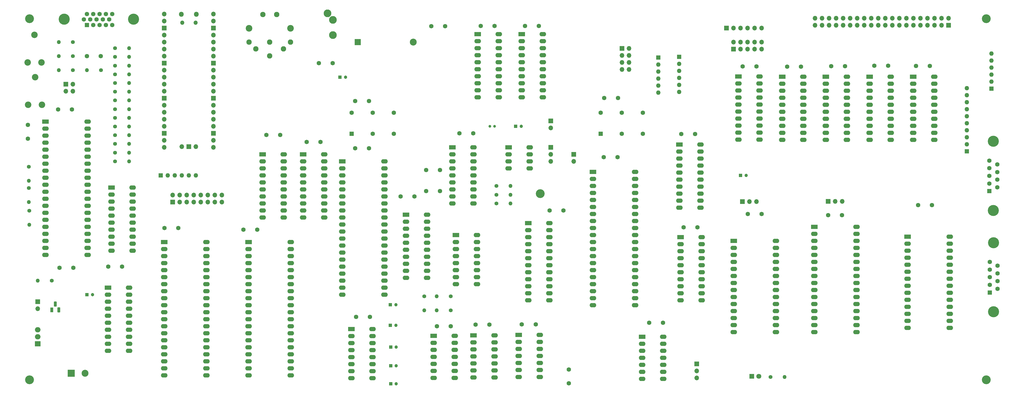
<source format=gbs>
G04 #@! TF.GenerationSoftware,KiCad,Pcbnew,7.0.1*
G04 #@! TF.CreationDate,2024-09-02T16:20:12-05:00*
G04 #@! TF.ProjectId,we816mark2,77653831-366d-4617-926b-322e6b696361,.8*
G04 #@! TF.SameCoordinates,Original*
G04 #@! TF.FileFunction,Soldermask,Bot*
G04 #@! TF.FilePolarity,Negative*
%FSLAX46Y46*%
G04 Gerber Fmt 4.6, Leading zero omitted, Abs format (unit mm)*
G04 Created by KiCad (PCBNEW 7.0.1) date 2024-09-02 16:20:12*
%MOMM*%
%LPD*%
G01*
G04 APERTURE LIST*
G04 Aperture macros list*
%AMRoundRect*
0 Rectangle with rounded corners*
0 $1 Rounding radius*
0 $2 $3 $4 $5 $6 $7 $8 $9 X,Y pos of 4 corners*
0 Add a 4 corners polygon primitive as box body*
4,1,4,$2,$3,$4,$5,$6,$7,$8,$9,$2,$3,0*
0 Add four circle primitives for the rounded corners*
1,1,$1+$1,$2,$3*
1,1,$1+$1,$4,$5*
1,1,$1+$1,$6,$7*
1,1,$1+$1,$8,$9*
0 Add four rect primitives between the rounded corners*
20,1,$1+$1,$2,$3,$4,$5,0*
20,1,$1+$1,$4,$5,$6,$7,0*
20,1,$1+$1,$6,$7,$8,$9,0*
20,1,$1+$1,$8,$9,$2,$3,0*%
G04 Aperture macros list end*
%ADD10C,1.600000*%
%ADD11R,2.400000X1.600000*%
%ADD12O,2.400000X1.600000*%
%ADD13C,4.000000*%
%ADD14R,1.600000X1.600000*%
%ADD15R,1.200000X1.200000*%
%ADD16C,1.200000*%
%ADD17R,1.800000X1.800000*%
%ADD18C,1.800000*%
%ADD19R,1.700000X1.700000*%
%ADD20O,1.700000X1.700000*%
%ADD21C,1.400000*%
%ADD22O,1.400000X1.400000*%
%ADD23O,1.600000X1.600000*%
%ADD24C,2.340000*%
%ADD25C,1.000000*%
%ADD26C,2.400000*%
%ADD27C,1.950000*%
%ADD28C,2.500000*%
%ADD29R,2.170000X2.170000*%
%ADD30C,3.200000*%
%ADD31C,2.800000*%
%ADD32R,1.100000X1.800000*%
%ADD33RoundRect,0.275000X-0.275000X-0.625000X0.275000X-0.625000X0.275000X0.625000X-0.275000X0.625000X0*%
%ADD34R,2.000000X1.905000*%
%ADD35O,2.000000X1.905000*%
%ADD36R,2.500000X2.500000*%
%ADD37O,1.800000X1.800000*%
%ADD38O,1.500000X1.500000*%
G04 APERTURE END LIST*
D10*
X245100000Y-125500000D03*
X240100000Y-125500000D03*
X184810000Y-186740000D03*
X179810000Y-186740000D03*
X114895000Y-151765000D03*
X109895000Y-151765000D03*
X274000000Y-150900000D03*
X269000000Y-150900000D03*
X295275000Y-92675000D03*
X290275000Y-92675000D03*
X227490000Y-202390000D03*
X227490000Y-207390000D03*
X297140000Y-146050000D03*
X292140000Y-146050000D03*
X198810000Y-186140000D03*
X193810000Y-186140000D03*
X215510000Y-186040000D03*
X210510000Y-186040000D03*
X192960000Y-116840000D03*
X187960000Y-116840000D03*
X132755000Y-120015000D03*
X137755000Y-120015000D03*
D11*
X145600000Y-127000000D03*
D12*
X145600000Y-129540000D03*
X145600000Y-132080000D03*
X145600000Y-134620000D03*
X145600000Y-137160000D03*
X145600000Y-139700000D03*
X145600000Y-142240000D03*
X145600000Y-144780000D03*
X145600000Y-147320000D03*
X145600000Y-149860000D03*
X145600000Y-152400000D03*
X145600000Y-154940000D03*
X145600000Y-157480000D03*
X145600000Y-160020000D03*
X145600000Y-162560000D03*
X145600000Y-165100000D03*
X145600000Y-167640000D03*
X145600000Y-170180000D03*
X145600000Y-172720000D03*
X145600000Y-175260000D03*
X160840000Y-175260000D03*
X160840000Y-172720000D03*
X160840000Y-170180000D03*
X160840000Y-167640000D03*
X160840000Y-165100000D03*
X160840000Y-162560000D03*
X160840000Y-160020000D03*
X160840000Y-157480000D03*
X160840000Y-154940000D03*
X160840000Y-152400000D03*
X160840000Y-149860000D03*
X160840000Y-147320000D03*
X160840000Y-144780000D03*
X160840000Y-142240000D03*
X160840000Y-139700000D03*
X160840000Y-137160000D03*
X160840000Y-134620000D03*
X160840000Y-132080000D03*
X160840000Y-129540000D03*
X160840000Y-127000000D03*
D13*
X381020000Y-181460000D03*
X381020000Y-156460000D03*
D14*
X379600000Y-174500000D03*
D10*
X379600000Y-171730000D03*
X379600000Y-168960000D03*
X379600000Y-166190000D03*
X379600000Y-163420000D03*
X382440000Y-173115000D03*
X382440000Y-170345000D03*
X382440000Y-167575000D03*
X382440000Y-164805000D03*
X245300000Y-104100000D03*
X240300000Y-104100000D03*
D15*
X163000000Y-178900000D03*
D16*
X165000000Y-178900000D03*
D15*
X163000000Y-186400000D03*
D16*
X165000000Y-186400000D03*
D15*
X163100000Y-201000000D03*
D16*
X165100000Y-201000000D03*
D15*
X163100000Y-194200000D03*
D16*
X165100000Y-194200000D03*
D15*
X163100000Y-207500000D03*
D16*
X165100000Y-207500000D03*
D10*
X311375000Y-92725000D03*
X306375000Y-92725000D03*
X273140000Y-117100000D03*
X268140000Y-117100000D03*
X327300000Y-92550000D03*
X322300000Y-92550000D03*
X32000000Y-113800000D03*
X32000000Y-118800000D03*
X142160000Y-91440000D03*
X137160000Y-91440000D03*
D15*
X144780000Y-96520000D03*
D16*
X146780000Y-96520000D03*
D15*
X289560000Y-132080000D03*
D16*
X291560000Y-132080000D03*
D17*
X293600000Y-204800000D03*
D18*
X296140000Y-204800000D03*
D19*
X246700000Y-86160000D03*
D20*
X249240000Y-86160000D03*
X246700000Y-88700000D03*
X249240000Y-88700000D03*
X246700000Y-91240000D03*
X249240000Y-91240000D03*
X246700000Y-93780000D03*
X249240000Y-93780000D03*
D13*
X380920000Y-144760000D03*
X380920000Y-119760000D03*
D14*
X379500000Y-137800000D03*
D10*
X379500000Y-135030000D03*
X379500000Y-132260000D03*
X379500000Y-129490000D03*
X379500000Y-126720000D03*
X382340000Y-136415000D03*
X382340000Y-133645000D03*
X382340000Y-130875000D03*
X382340000Y-128105000D03*
D19*
X273700000Y-200300000D03*
D20*
X273700000Y-202840000D03*
X273700000Y-205380000D03*
D14*
X239000000Y-117000000D03*
D10*
X246620000Y-117000000D03*
X246620000Y-109380000D03*
X239000000Y-109380000D03*
D21*
X300355000Y-205105000D03*
D22*
X305435000Y-205105000D03*
D21*
X184785000Y-175895000D03*
D22*
X179705000Y-175895000D03*
D21*
X32500000Y-144900000D03*
D22*
X32500000Y-149980000D03*
D21*
X32315000Y-136635000D03*
D22*
X32315000Y-141715000D03*
D21*
X48260000Y-83820000D03*
D22*
X43180000Y-83820000D03*
D21*
X58420000Y-93980000D03*
D22*
X53340000Y-93980000D03*
D21*
X48260000Y-88900000D03*
D22*
X43180000Y-88900000D03*
D21*
X48260000Y-93980000D03*
D22*
X43180000Y-93980000D03*
D21*
X184785000Y-180975000D03*
D22*
X179705000Y-180975000D03*
D21*
X175260000Y-175895000D03*
D22*
X175260000Y-180975000D03*
D14*
X267400000Y-89200000D03*
D23*
X267400000Y-91740000D03*
X267400000Y-94280000D03*
X267400000Y-96820000D03*
X267400000Y-99360000D03*
X267400000Y-101900000D03*
D14*
X380200000Y-100700000D03*
D23*
X380200000Y-98160000D03*
X380200000Y-95620000D03*
X380200000Y-93080000D03*
X380200000Y-90540000D03*
X380200000Y-88000000D03*
D14*
X371300000Y-123400000D03*
D23*
X371300000Y-120860000D03*
X371300000Y-118320000D03*
X371300000Y-115780000D03*
X371300000Y-113240000D03*
X371300000Y-110700000D03*
X371300000Y-108160000D03*
X371300000Y-105620000D03*
X371300000Y-103080000D03*
X371300000Y-100540000D03*
D24*
X36900000Y-91200000D03*
X34400000Y-81200000D03*
X31900000Y-91200000D03*
X37100000Y-106500000D03*
X34600000Y-96500000D03*
X32100000Y-106500000D03*
D11*
X193040000Y-190000000D03*
D12*
X193040000Y-192540000D03*
X193040000Y-195080000D03*
X193040000Y-197620000D03*
X193040000Y-200160000D03*
X193040000Y-202700000D03*
X193040000Y-205240000D03*
X200660000Y-205240000D03*
X200660000Y-202700000D03*
X200660000Y-200160000D03*
X200660000Y-197620000D03*
X200660000Y-195080000D03*
X200660000Y-192540000D03*
X200660000Y-190000000D03*
D11*
X209370000Y-189800000D03*
D12*
X209370000Y-192340000D03*
X209370000Y-194880000D03*
X209370000Y-197420000D03*
X209370000Y-199960000D03*
X209370000Y-202500000D03*
X209370000Y-205040000D03*
X216990000Y-205040000D03*
X216990000Y-202500000D03*
X216990000Y-199960000D03*
X216990000Y-197420000D03*
X216990000Y-194880000D03*
X216990000Y-192340000D03*
X216990000Y-189800000D03*
D11*
X267410000Y-120950000D03*
D12*
X267410000Y-123490000D03*
X267410000Y-126030000D03*
X267410000Y-128570000D03*
X267410000Y-131110000D03*
X267410000Y-133650000D03*
X267410000Y-136190000D03*
X267410000Y-138730000D03*
X267410000Y-141270000D03*
X267410000Y-143810000D03*
X275030000Y-143810000D03*
X275030000Y-141270000D03*
X275030000Y-138730000D03*
X275030000Y-136190000D03*
X275030000Y-133650000D03*
X275030000Y-131110000D03*
X275030000Y-128570000D03*
X275030000Y-126030000D03*
X275030000Y-123490000D03*
X275030000Y-120950000D03*
D11*
X267890000Y-154420000D03*
D12*
X267890000Y-156960000D03*
X267890000Y-159500000D03*
X267890000Y-162040000D03*
X267890000Y-164580000D03*
X267890000Y-167120000D03*
X267890000Y-169660000D03*
X267890000Y-172200000D03*
X267890000Y-174740000D03*
X267890000Y-177280000D03*
X275510000Y-177280000D03*
X275510000Y-174740000D03*
X275510000Y-172200000D03*
X275510000Y-169660000D03*
X275510000Y-167120000D03*
X275510000Y-164580000D03*
X275510000Y-162040000D03*
X275510000Y-159500000D03*
X275510000Y-156960000D03*
X275510000Y-154420000D03*
D11*
X148890000Y-187680000D03*
D12*
X148890000Y-190220000D03*
X148890000Y-192760000D03*
X148890000Y-195300000D03*
X148890000Y-197840000D03*
X148890000Y-200380000D03*
X148890000Y-202920000D03*
X148890000Y-205460000D03*
X156510000Y-205460000D03*
X156510000Y-202920000D03*
X156510000Y-200380000D03*
X156510000Y-197840000D03*
X156510000Y-195300000D03*
X156510000Y-192760000D03*
X156510000Y-190220000D03*
X156510000Y-187680000D03*
D11*
X351975000Y-96400000D03*
D12*
X351975000Y-98940000D03*
X351975000Y-101480000D03*
X351975000Y-104020000D03*
X351975000Y-106560000D03*
X351975000Y-109100000D03*
X351975000Y-111640000D03*
X351975000Y-114180000D03*
X351975000Y-116720000D03*
X351975000Y-119260000D03*
X359595000Y-119260000D03*
X359595000Y-116720000D03*
X359595000Y-114180000D03*
X359595000Y-111640000D03*
X359595000Y-109100000D03*
X359595000Y-106560000D03*
X359595000Y-104020000D03*
X359595000Y-101480000D03*
X359595000Y-98940000D03*
X359595000Y-96400000D03*
D11*
X336181000Y-96400000D03*
D12*
X336181000Y-98940000D03*
X336181000Y-101480000D03*
X336181000Y-104020000D03*
X336181000Y-106560000D03*
X336181000Y-109100000D03*
X336181000Y-111640000D03*
X336181000Y-114180000D03*
X336181000Y-116720000D03*
X336181000Y-119260000D03*
X343801000Y-119260000D03*
X343801000Y-116720000D03*
X343801000Y-114180000D03*
X343801000Y-111640000D03*
X343801000Y-109100000D03*
X343801000Y-106560000D03*
X343801000Y-104020000D03*
X343801000Y-101480000D03*
X343801000Y-98940000D03*
X343801000Y-96400000D03*
D11*
X320388000Y-96400000D03*
D12*
X320388000Y-98940000D03*
X320388000Y-101480000D03*
X320388000Y-104020000D03*
X320388000Y-106560000D03*
X320388000Y-109100000D03*
X320388000Y-111640000D03*
X320388000Y-114180000D03*
X320388000Y-116720000D03*
X320388000Y-119260000D03*
X328008000Y-119260000D03*
X328008000Y-116720000D03*
X328008000Y-114180000D03*
X328008000Y-111640000D03*
X328008000Y-109100000D03*
X328008000Y-106560000D03*
X328008000Y-104020000D03*
X328008000Y-101480000D03*
X328008000Y-98940000D03*
X328008000Y-96400000D03*
D11*
X304594000Y-96400000D03*
D12*
X304594000Y-98940000D03*
X304594000Y-101480000D03*
X304594000Y-104020000D03*
X304594000Y-106560000D03*
X304594000Y-109100000D03*
X304594000Y-111640000D03*
X304594000Y-114180000D03*
X304594000Y-116720000D03*
X304594000Y-119260000D03*
X312214000Y-119260000D03*
X312214000Y-116720000D03*
X312214000Y-114180000D03*
X312214000Y-111640000D03*
X312214000Y-109100000D03*
X312214000Y-106560000D03*
X312214000Y-104020000D03*
X312214000Y-101480000D03*
X312214000Y-98940000D03*
X312214000Y-96400000D03*
D11*
X38310000Y-112630000D03*
D12*
X38310000Y-115170000D03*
X38310000Y-117710000D03*
X38310000Y-120250000D03*
X38310000Y-122790000D03*
X38310000Y-125330000D03*
X38310000Y-127870000D03*
X38310000Y-130410000D03*
X38310000Y-132950000D03*
X38310000Y-135490000D03*
X38310000Y-138030000D03*
X38310000Y-140570000D03*
X38310000Y-143110000D03*
X38310000Y-145650000D03*
X38310000Y-148190000D03*
X38310000Y-150730000D03*
X38310000Y-153270000D03*
X38310000Y-155810000D03*
X38310000Y-158350000D03*
X38310000Y-160890000D03*
X53550000Y-160890000D03*
X53550000Y-158350000D03*
X53550000Y-155810000D03*
X53550000Y-153270000D03*
X53550000Y-150730000D03*
X53550000Y-148190000D03*
X53550000Y-145650000D03*
X53550000Y-143110000D03*
X53550000Y-140570000D03*
X53550000Y-138030000D03*
X53550000Y-135490000D03*
X53550000Y-132950000D03*
X53550000Y-130410000D03*
X53550000Y-127870000D03*
X53550000Y-125330000D03*
X53550000Y-122790000D03*
X53550000Y-120250000D03*
X53550000Y-117710000D03*
X53550000Y-115170000D03*
X53550000Y-112630000D03*
D25*
X198960000Y-114300000D03*
X200660000Y-114300000D03*
D10*
X155600000Y-183325000D03*
X150600000Y-183325000D03*
X256540000Y-185420000D03*
X261540000Y-185420000D03*
X150300000Y-105156000D03*
X155300000Y-105156000D03*
X353735000Y-142875000D03*
X358735000Y-142875000D03*
X58340000Y-88900000D03*
X53340000Y-88900000D03*
X42900000Y-108200000D03*
X47900000Y-108200000D03*
X150300000Y-122290000D03*
X155300000Y-122290000D03*
D19*
X321175000Y-141525000D03*
D20*
X323715000Y-141525000D03*
X326255000Y-141525000D03*
D19*
X290195000Y-141605000D03*
D20*
X292735000Y-141605000D03*
X295275000Y-141605000D03*
D10*
X326175000Y-146525000D03*
X321175000Y-146525000D03*
D11*
X287115000Y-155795000D03*
D12*
X287115000Y-158335000D03*
X287115000Y-160875000D03*
X287115000Y-163415000D03*
X287115000Y-165955000D03*
X287115000Y-168495000D03*
X287115000Y-171035000D03*
X287115000Y-173575000D03*
X287115000Y-176115000D03*
X287115000Y-178655000D03*
X287115000Y-181195000D03*
X287115000Y-183735000D03*
X287115000Y-186275000D03*
X287115000Y-188815000D03*
X302355000Y-188815000D03*
X302355000Y-186275000D03*
X302355000Y-183735000D03*
X302355000Y-181195000D03*
X302355000Y-178655000D03*
X302355000Y-176115000D03*
X302355000Y-173575000D03*
X302355000Y-171035000D03*
X302355000Y-168495000D03*
X302355000Y-165955000D03*
X302355000Y-163415000D03*
X302355000Y-160875000D03*
X302355000Y-158335000D03*
X302355000Y-155795000D03*
D11*
X316225000Y-150745000D03*
D12*
X316225000Y-153285000D03*
X316225000Y-155825000D03*
X316225000Y-158365000D03*
X316225000Y-160905000D03*
X316225000Y-163445000D03*
X316225000Y-165985000D03*
X316225000Y-168525000D03*
X316225000Y-171065000D03*
X316225000Y-173605000D03*
X316225000Y-176145000D03*
X316225000Y-178685000D03*
X316225000Y-181225000D03*
X316225000Y-183765000D03*
X316225000Y-186305000D03*
X316225000Y-188845000D03*
X331465000Y-188845000D03*
X331465000Y-186305000D03*
X331465000Y-183765000D03*
X331465000Y-181225000D03*
X331465000Y-178685000D03*
X331465000Y-176145000D03*
X331465000Y-173605000D03*
X331465000Y-171065000D03*
X331465000Y-168525000D03*
X331465000Y-165985000D03*
X331465000Y-163445000D03*
X331465000Y-160905000D03*
X331465000Y-158365000D03*
X331465000Y-155825000D03*
X331465000Y-153285000D03*
X331465000Y-150745000D03*
D10*
X182800000Y-78100000D03*
X177800000Y-78100000D03*
X216660000Y-78000000D03*
X211660000Y-78000000D03*
X200660000Y-78000000D03*
X195660000Y-78000000D03*
D11*
X210460000Y-80960000D03*
D12*
X210460000Y-83500000D03*
X210460000Y-86040000D03*
X210460000Y-88580000D03*
X210460000Y-91120000D03*
X210460000Y-93660000D03*
X210460000Y-96200000D03*
X210460000Y-98740000D03*
X210460000Y-101280000D03*
X210460000Y-103820000D03*
X218080000Y-103820000D03*
X218080000Y-101280000D03*
X218080000Y-98740000D03*
X218080000Y-96200000D03*
X218080000Y-93660000D03*
X218080000Y-91120000D03*
X218080000Y-88580000D03*
X218080000Y-86040000D03*
X218080000Y-83500000D03*
X218080000Y-80960000D03*
D11*
X194560000Y-80960000D03*
D12*
X194560000Y-83500000D03*
X194560000Y-86040000D03*
X194560000Y-88580000D03*
X194560000Y-91120000D03*
X194560000Y-93660000D03*
X194560000Y-96200000D03*
X194560000Y-98740000D03*
X194560000Y-101280000D03*
X194560000Y-103820000D03*
X202180000Y-103820000D03*
X202180000Y-101280000D03*
X202180000Y-98740000D03*
X202180000Y-96200000D03*
X202180000Y-93660000D03*
X202180000Y-91120000D03*
X202180000Y-88580000D03*
X202180000Y-86040000D03*
X202180000Y-83500000D03*
X202180000Y-80960000D03*
D10*
X171704000Y-139700000D03*
X166704000Y-139700000D03*
X81320000Y-151130000D03*
X86320000Y-151130000D03*
X225512000Y-144780000D03*
X220512000Y-144780000D03*
X342925000Y-92350000D03*
X337925000Y-92350000D03*
X358000000Y-92475000D03*
X353000000Y-92475000D03*
D14*
X259800000Y-89400000D03*
D23*
X259800000Y-91940000D03*
X259800000Y-94480000D03*
X259800000Y-97020000D03*
X259800000Y-99560000D03*
X259800000Y-102100000D03*
D26*
X126880000Y-78820000D03*
X111880000Y-78820000D03*
D27*
X111880000Y-83820000D03*
X114380000Y-86320000D03*
X119380000Y-83820000D03*
X124380000Y-86320000D03*
X126880000Y-83820000D03*
X119380000Y-88820000D03*
X121880000Y-73820000D03*
X116880000Y-73820000D03*
D19*
X45700000Y-99060000D03*
D20*
X48240000Y-99060000D03*
X45700000Y-101600000D03*
X48240000Y-101600000D03*
D21*
X32300000Y-129000000D03*
D22*
X32300000Y-134080000D03*
D28*
X171244300Y-83820000D03*
D29*
X151244300Y-83820000D03*
D30*
X32600000Y-75400000D03*
X32600000Y-206100000D03*
X217200000Y-138700000D03*
X378400000Y-75400000D03*
X378400000Y-206100000D03*
D11*
X178600000Y-190160000D03*
D12*
X178600000Y-192700000D03*
X178600000Y-195240000D03*
X178600000Y-197780000D03*
X178600000Y-200320000D03*
X178600000Y-202860000D03*
X178600000Y-205400000D03*
X186220000Y-205400000D03*
X186220000Y-202860000D03*
X186220000Y-200320000D03*
X186220000Y-197780000D03*
X186220000Y-195240000D03*
X186220000Y-192700000D03*
X186220000Y-190160000D03*
D11*
X349880000Y-154310000D03*
D12*
X349880000Y-156850000D03*
X349880000Y-159390000D03*
X349880000Y-161930000D03*
X349880000Y-164470000D03*
X349880000Y-167010000D03*
X349880000Y-169550000D03*
X349880000Y-172090000D03*
X349880000Y-174630000D03*
X349880000Y-177170000D03*
X349880000Y-179710000D03*
X349880000Y-182250000D03*
X349880000Y-184790000D03*
X349880000Y-187330000D03*
X365120000Y-187330000D03*
X365120000Y-184790000D03*
X365120000Y-182250000D03*
X365120000Y-179710000D03*
X365120000Y-177170000D03*
X365120000Y-174630000D03*
X365120000Y-172090000D03*
X365120000Y-169550000D03*
X365120000Y-167010000D03*
X365120000Y-164470000D03*
X365120000Y-161930000D03*
X365120000Y-159390000D03*
X365120000Y-156850000D03*
X365120000Y-154310000D03*
D10*
X123150000Y-117475000D03*
X118150000Y-117475000D03*
X66040000Y-165100000D03*
X61040000Y-165100000D03*
D11*
X288800000Y-96300000D03*
D12*
X288800000Y-98840000D03*
X288800000Y-101380000D03*
X288800000Y-103920000D03*
X288800000Y-106460000D03*
X288800000Y-109000000D03*
X288800000Y-111540000D03*
X288800000Y-114080000D03*
X288800000Y-116620000D03*
X288800000Y-119160000D03*
X296420000Y-119160000D03*
X296420000Y-116620000D03*
X296420000Y-114080000D03*
X296420000Y-111540000D03*
X296420000Y-109000000D03*
X296420000Y-106460000D03*
X296420000Y-103920000D03*
X296420000Y-101380000D03*
X296420000Y-98840000D03*
X296420000Y-96300000D03*
D10*
X43400000Y-165500000D03*
X48400000Y-165500000D03*
D19*
X287020000Y-86360000D03*
D20*
X287020000Y-83820000D03*
X289560000Y-86360000D03*
X289560000Y-83820000D03*
X292100000Y-86360000D03*
X292100000Y-83820000D03*
X294640000Y-86360000D03*
X294640000Y-83820000D03*
X297180000Y-86360000D03*
X297180000Y-83820000D03*
D11*
X168656000Y-146304000D03*
D12*
X168656000Y-148844000D03*
X168656000Y-151384000D03*
X168656000Y-153924000D03*
X168656000Y-156464000D03*
X168656000Y-159004000D03*
X168656000Y-161544000D03*
X168656000Y-164084000D03*
X168656000Y-166624000D03*
X168656000Y-169164000D03*
X176276000Y-169164000D03*
X176276000Y-166624000D03*
X176276000Y-164084000D03*
X176276000Y-161544000D03*
X176276000Y-159004000D03*
X176276000Y-156464000D03*
X176276000Y-153924000D03*
X176276000Y-151384000D03*
X176276000Y-148844000D03*
X176276000Y-146304000D03*
D21*
X63500000Y-95500000D03*
D22*
X68580000Y-95500000D03*
D14*
X239000000Y-117000000D03*
D10*
X254240000Y-117000000D03*
X254240000Y-109380000D03*
X239000000Y-109380000D03*
D21*
X63500000Y-111250000D03*
D22*
X68580000Y-111250000D03*
D21*
X63500000Y-114400000D03*
D22*
X68580000Y-114400000D03*
D31*
X142240000Y-81280000D03*
X140240000Y-73380000D03*
X142240000Y-75780000D03*
D32*
X40640000Y-180740000D03*
D33*
X41910000Y-178670000D03*
X43180000Y-180740000D03*
D21*
X40640000Y-170180000D03*
D22*
X35560000Y-170180000D03*
D11*
X116845000Y-124460000D03*
D12*
X116845000Y-127000000D03*
X116845000Y-129540000D03*
X116845000Y-132080000D03*
X116845000Y-134620000D03*
X116845000Y-137160000D03*
X116845000Y-139700000D03*
X116845000Y-142240000D03*
X116845000Y-144780000D03*
X116845000Y-147320000D03*
X124465000Y-147320000D03*
X124465000Y-144780000D03*
X124465000Y-142240000D03*
X124465000Y-139700000D03*
X124465000Y-137160000D03*
X124465000Y-134620000D03*
X124465000Y-132080000D03*
X124465000Y-129540000D03*
X124465000Y-127000000D03*
X124465000Y-124460000D03*
D21*
X63500000Y-108100000D03*
D22*
X68580000Y-108100000D03*
D13*
X70155000Y-75570000D03*
X45155000Y-75570000D03*
D14*
X53340000Y-77620000D03*
D10*
X55630000Y-77620000D03*
X57920000Y-77620000D03*
X60210000Y-77620000D03*
X62500000Y-77620000D03*
X52195000Y-75640000D03*
X54485000Y-75640000D03*
X56775000Y-75640000D03*
X59065000Y-75640000D03*
X61355000Y-75640000D03*
X53340000Y-73660000D03*
X55630000Y-73660000D03*
X57920000Y-73660000D03*
X60210000Y-73660000D03*
X62500000Y-73660000D03*
D14*
X149000000Y-117000000D03*
D10*
X156620000Y-117000000D03*
X156620000Y-109380000D03*
X149000000Y-109380000D03*
D21*
X63500000Y-86050000D03*
D22*
X68580000Y-86050000D03*
D21*
X63500000Y-117550000D03*
D22*
X68580000Y-117550000D03*
D21*
X63500000Y-104950000D03*
D22*
X68580000Y-104950000D03*
D21*
X63500000Y-92350000D03*
D22*
X68580000Y-92350000D03*
D11*
X236215000Y-130815000D03*
D12*
X236215000Y-133355000D03*
X236215000Y-135895000D03*
X236215000Y-138435000D03*
X236215000Y-140975000D03*
X236215000Y-143515000D03*
X236215000Y-146055000D03*
X236215000Y-148595000D03*
X236215000Y-151135000D03*
X236215000Y-153675000D03*
X236215000Y-156215000D03*
X236215000Y-158755000D03*
X236215000Y-161295000D03*
X236215000Y-163835000D03*
X236215000Y-166375000D03*
X236215000Y-168915000D03*
X236215000Y-171455000D03*
X236215000Y-173995000D03*
X236215000Y-176535000D03*
X236215000Y-179075000D03*
X251455000Y-179075000D03*
X251455000Y-176535000D03*
X251455000Y-173995000D03*
X251455000Y-171455000D03*
X251455000Y-168915000D03*
X251455000Y-166375000D03*
X251455000Y-163835000D03*
X251455000Y-161295000D03*
X251455000Y-158755000D03*
X251455000Y-156215000D03*
X251455000Y-153675000D03*
X251455000Y-151135000D03*
X251455000Y-148595000D03*
X251455000Y-146055000D03*
X251455000Y-143515000D03*
X251455000Y-140975000D03*
X251455000Y-138435000D03*
X251455000Y-135895000D03*
X251455000Y-133355000D03*
X251455000Y-130815000D03*
D19*
X220980000Y-112395000D03*
D20*
X220980000Y-114935000D03*
D11*
X185420000Y-121920000D03*
D12*
X185420000Y-124460000D03*
X185420000Y-127000000D03*
X185420000Y-129540000D03*
X185420000Y-132080000D03*
X185420000Y-134620000D03*
X185420000Y-137160000D03*
X185420000Y-139700000D03*
X185420000Y-142240000D03*
X193040000Y-142240000D03*
X193040000Y-139700000D03*
X193040000Y-137160000D03*
X193040000Y-134620000D03*
X193040000Y-132080000D03*
X193040000Y-129540000D03*
X193040000Y-127000000D03*
X193040000Y-124460000D03*
X193040000Y-121920000D03*
D21*
X63500000Y-101800000D03*
D22*
X68580000Y-101800000D03*
D21*
X63500000Y-89200000D03*
D22*
X68580000Y-89200000D03*
D15*
X208280000Y-114300000D03*
D16*
X210280000Y-114300000D03*
D34*
X35560000Y-193040000D03*
D35*
X35560000Y-190500000D03*
X35560000Y-187960000D03*
D36*
X47665000Y-203700000D03*
D28*
X52665000Y-203700000D03*
D11*
X131455000Y-124465000D03*
D12*
X131455000Y-127005000D03*
X131455000Y-129545000D03*
X131455000Y-132085000D03*
X131455000Y-134625000D03*
X131455000Y-137165000D03*
X131455000Y-139705000D03*
X131455000Y-142245000D03*
X131455000Y-144785000D03*
X131455000Y-147325000D03*
X139075000Y-147325000D03*
X139075000Y-144785000D03*
X139075000Y-142245000D03*
X139075000Y-139705000D03*
X139075000Y-137165000D03*
X139075000Y-134625000D03*
X139075000Y-132085000D03*
X139075000Y-129545000D03*
X139075000Y-127005000D03*
X139075000Y-124465000D03*
D15*
X53340000Y-175260000D03*
D16*
X55340000Y-175260000D03*
D21*
X201295000Y-135940000D03*
D22*
X206375000Y-135940000D03*
D11*
X186700000Y-153660000D03*
D12*
X186700000Y-156200000D03*
X186700000Y-158740000D03*
X186700000Y-161280000D03*
X186700000Y-163820000D03*
X186700000Y-166360000D03*
X186700000Y-168900000D03*
X186700000Y-171440000D03*
X194320000Y-171440000D03*
X194320000Y-168900000D03*
X194320000Y-166360000D03*
X194320000Y-163820000D03*
X194320000Y-161280000D03*
X194320000Y-158740000D03*
X194320000Y-156200000D03*
X194320000Y-153660000D03*
D19*
X364744000Y-77724000D03*
D20*
X364744000Y-75184000D03*
X362204000Y-77724000D03*
X362204000Y-75184000D03*
X359664000Y-77724000D03*
X359664000Y-75184000D03*
X357124000Y-77724000D03*
X357124000Y-75184000D03*
X354584000Y-77724000D03*
X354584000Y-75184000D03*
X352044000Y-77724000D03*
X352044000Y-75184000D03*
X349504000Y-77724000D03*
X349504000Y-75184000D03*
X346964000Y-77724000D03*
X346964000Y-75184000D03*
X344424000Y-77724000D03*
X344424000Y-75184000D03*
X341884000Y-77724000D03*
X341884000Y-75184000D03*
X339344000Y-77724000D03*
X339344000Y-75184000D03*
X336804000Y-77724000D03*
X336804000Y-75184000D03*
X334264000Y-77724000D03*
X334264000Y-75184000D03*
X331724000Y-77724000D03*
X331724000Y-75184000D03*
X329184000Y-77724000D03*
X329184000Y-75184000D03*
X326644000Y-77724000D03*
X326644000Y-75184000D03*
X324104000Y-77724000D03*
X324104000Y-75184000D03*
X321564000Y-77724000D03*
X321564000Y-75184000D03*
X319024000Y-77724000D03*
X319024000Y-75184000D03*
X316484000Y-77724000D03*
X316484000Y-75184000D03*
D11*
X60970000Y-172725000D03*
D12*
X60970000Y-175265000D03*
X60970000Y-177805000D03*
X60970000Y-180345000D03*
X60970000Y-182885000D03*
X60970000Y-185425000D03*
X60970000Y-187965000D03*
X60970000Y-190505000D03*
X60970000Y-193045000D03*
X60970000Y-195585000D03*
X68590000Y-195585000D03*
X68590000Y-193045000D03*
X68590000Y-190505000D03*
X68590000Y-187965000D03*
X68590000Y-185425000D03*
X68590000Y-182885000D03*
X68590000Y-180345000D03*
X68590000Y-177805000D03*
X68590000Y-175265000D03*
X68590000Y-172725000D03*
D14*
X149000000Y-117000000D03*
D10*
X164240000Y-117000000D03*
X164240000Y-109380000D03*
X149000000Y-109380000D03*
D19*
X284480000Y-78740000D03*
D20*
X287020000Y-78740000D03*
X289560000Y-78740000D03*
X292100000Y-78740000D03*
X294640000Y-78740000D03*
X297180000Y-78740000D03*
D14*
X80010000Y-132080000D03*
D23*
X82550000Y-132080000D03*
X85090000Y-132080000D03*
X87630000Y-132080000D03*
X90170000Y-132080000D03*
X92710000Y-132080000D03*
D11*
X205740000Y-121920000D03*
D12*
X205740000Y-124460000D03*
X205740000Y-127000000D03*
X205740000Y-129540000D03*
X213360000Y-129540000D03*
X213360000Y-127000000D03*
X213360000Y-124460000D03*
X213360000Y-121920000D03*
D21*
X201295000Y-142240000D03*
D22*
X206375000Y-142240000D03*
D11*
X111760000Y-156215000D03*
D12*
X111760000Y-158755000D03*
X111760000Y-161295000D03*
X111760000Y-163835000D03*
X111760000Y-166375000D03*
X111760000Y-168915000D03*
X111760000Y-171455000D03*
X111760000Y-173995000D03*
X111760000Y-176535000D03*
X111760000Y-179075000D03*
X111760000Y-181615000D03*
X111760000Y-184155000D03*
X111760000Y-186695000D03*
X111760000Y-189235000D03*
X111760000Y-191775000D03*
X111760000Y-194315000D03*
X111760000Y-196855000D03*
X111760000Y-199395000D03*
X111760000Y-201935000D03*
X111760000Y-204475000D03*
X127000000Y-204475000D03*
X127000000Y-201935000D03*
X127000000Y-199395000D03*
X127000000Y-196855000D03*
X127000000Y-194315000D03*
X127000000Y-191775000D03*
X127000000Y-189235000D03*
X127000000Y-186695000D03*
X127000000Y-184155000D03*
X127000000Y-181615000D03*
X127000000Y-179075000D03*
X127000000Y-176535000D03*
X127000000Y-173995000D03*
X127000000Y-171455000D03*
X127000000Y-168915000D03*
X127000000Y-166375000D03*
X127000000Y-163835000D03*
X127000000Y-161295000D03*
X127000000Y-158755000D03*
X127000000Y-156215000D03*
D10*
X175935000Y-137795000D03*
X180935000Y-137795000D03*
D19*
X84328000Y-141732000D03*
D20*
X84328000Y-139192000D03*
X86868000Y-141732000D03*
X86868000Y-139192000D03*
X89408000Y-141732000D03*
X89408000Y-139192000D03*
X91948000Y-141732000D03*
X91948000Y-139192000D03*
X94488000Y-141732000D03*
X94488000Y-139192000D03*
X97028000Y-141732000D03*
X97028000Y-139192000D03*
X99568000Y-141732000D03*
X99568000Y-139192000D03*
X102108000Y-141732000D03*
X102108000Y-139192000D03*
D11*
X62240000Y-136530000D03*
D12*
X62240000Y-139070000D03*
X62240000Y-141610000D03*
X62240000Y-144150000D03*
X62240000Y-146690000D03*
X62240000Y-149230000D03*
X62240000Y-151770000D03*
X62240000Y-154310000D03*
X62240000Y-156850000D03*
X62240000Y-159390000D03*
X69860000Y-159390000D03*
X69860000Y-156850000D03*
X69860000Y-154310000D03*
X69860000Y-151770000D03*
X69860000Y-149230000D03*
X69860000Y-146690000D03*
X69860000Y-144150000D03*
X69860000Y-141610000D03*
X69860000Y-139070000D03*
X69860000Y-136530000D03*
D10*
X175935000Y-130175000D03*
X180935000Y-130175000D03*
D11*
X212852000Y-149352000D03*
D12*
X212852000Y-151892000D03*
X212852000Y-154432000D03*
X212852000Y-156972000D03*
X212852000Y-159512000D03*
X212852000Y-162052000D03*
X212852000Y-164592000D03*
X212852000Y-167132000D03*
X212852000Y-169672000D03*
X212852000Y-172212000D03*
X212852000Y-174752000D03*
X212852000Y-177292000D03*
X220472000Y-177292000D03*
X220472000Y-174752000D03*
X220472000Y-172212000D03*
X220472000Y-169672000D03*
X220472000Y-167132000D03*
X220472000Y-164592000D03*
X220472000Y-162052000D03*
X220472000Y-159512000D03*
X220472000Y-156972000D03*
X220472000Y-154432000D03*
X220472000Y-151892000D03*
X220472000Y-149352000D03*
D21*
X63500000Y-123850000D03*
D22*
X68580000Y-123850000D03*
D19*
X220980000Y-121920000D03*
D20*
X220980000Y-124460000D03*
X220980000Y-127000000D03*
D19*
X229235000Y-124455000D03*
D20*
X229235000Y-126995000D03*
D37*
X87445000Y-73790000D03*
D38*
X87745000Y-76820000D03*
X92595000Y-76820000D03*
D37*
X92895000Y-73790000D03*
D20*
X81280000Y-73660000D03*
X81280000Y-76200000D03*
D19*
X81280000Y-78740000D03*
D20*
X81280000Y-81280000D03*
X81280000Y-83820000D03*
X81280000Y-86360000D03*
X81280000Y-88900000D03*
D19*
X81280000Y-91440000D03*
D20*
X81280000Y-93980000D03*
X81280000Y-96520000D03*
X81280000Y-99060000D03*
X81280000Y-101600000D03*
D19*
X81280000Y-104140000D03*
D20*
X81280000Y-106680000D03*
X81280000Y-109220000D03*
X81280000Y-111760000D03*
X81280000Y-114300000D03*
D19*
X81280000Y-116840000D03*
D20*
X81280000Y-119380000D03*
X81280000Y-121920000D03*
X99060000Y-121920000D03*
X99060000Y-119380000D03*
D19*
X99060000Y-116840000D03*
D20*
X99060000Y-114300000D03*
X99060000Y-111760000D03*
X99060000Y-109220000D03*
X99060000Y-106680000D03*
D19*
X99060000Y-104140000D03*
D20*
X99060000Y-101600000D03*
X99060000Y-99060000D03*
X99060000Y-96520000D03*
X99060000Y-93980000D03*
D19*
X99060000Y-91440000D03*
D20*
X99060000Y-88900000D03*
X99060000Y-86360000D03*
X99060000Y-83820000D03*
X99060000Y-81280000D03*
D19*
X99060000Y-78740000D03*
D20*
X99060000Y-76200000D03*
X99060000Y-73660000D03*
X87630000Y-121690000D03*
D19*
X90170000Y-121690000D03*
D20*
X92710000Y-121690000D03*
D21*
X63500000Y-127000000D03*
D22*
X68580000Y-127000000D03*
D11*
X254000000Y-190500000D03*
D12*
X254000000Y-193040000D03*
X254000000Y-195580000D03*
X254000000Y-198120000D03*
X254000000Y-200660000D03*
X254000000Y-203200000D03*
X254000000Y-205740000D03*
X261620000Y-205740000D03*
X261620000Y-203200000D03*
X261620000Y-200660000D03*
X261620000Y-198120000D03*
X261620000Y-195580000D03*
X261620000Y-193040000D03*
X261620000Y-190500000D03*
D21*
X63500000Y-98650000D03*
D22*
X68580000Y-98650000D03*
D19*
X35560000Y-177800000D03*
D20*
X35560000Y-180340000D03*
D21*
X201295000Y-139090000D03*
D22*
X206375000Y-139090000D03*
D21*
X63500000Y-120700000D03*
D22*
X68580000Y-120700000D03*
D11*
X81280000Y-156215000D03*
D12*
X81280000Y-158755000D03*
X81280000Y-161295000D03*
X81280000Y-163835000D03*
X81280000Y-166375000D03*
X81280000Y-168915000D03*
X81280000Y-171455000D03*
X81280000Y-173995000D03*
X81280000Y-176535000D03*
X81280000Y-179075000D03*
X81280000Y-181615000D03*
X81280000Y-184155000D03*
X81280000Y-186695000D03*
X81280000Y-189235000D03*
X81280000Y-191775000D03*
X81280000Y-194315000D03*
X81280000Y-196855000D03*
X81280000Y-199395000D03*
X81280000Y-201935000D03*
X81280000Y-204475000D03*
X96520000Y-204475000D03*
X96520000Y-201935000D03*
X96520000Y-199395000D03*
X96520000Y-196855000D03*
X96520000Y-194315000D03*
X96520000Y-191775000D03*
X96520000Y-189235000D03*
X96520000Y-186695000D03*
X96520000Y-184155000D03*
X96520000Y-181615000D03*
X96520000Y-179075000D03*
X96520000Y-176535000D03*
X96520000Y-173995000D03*
X96520000Y-171455000D03*
X96520000Y-168915000D03*
X96520000Y-166375000D03*
X96520000Y-163835000D03*
X96520000Y-161295000D03*
X96520000Y-158755000D03*
X96520000Y-156215000D03*
M02*

</source>
